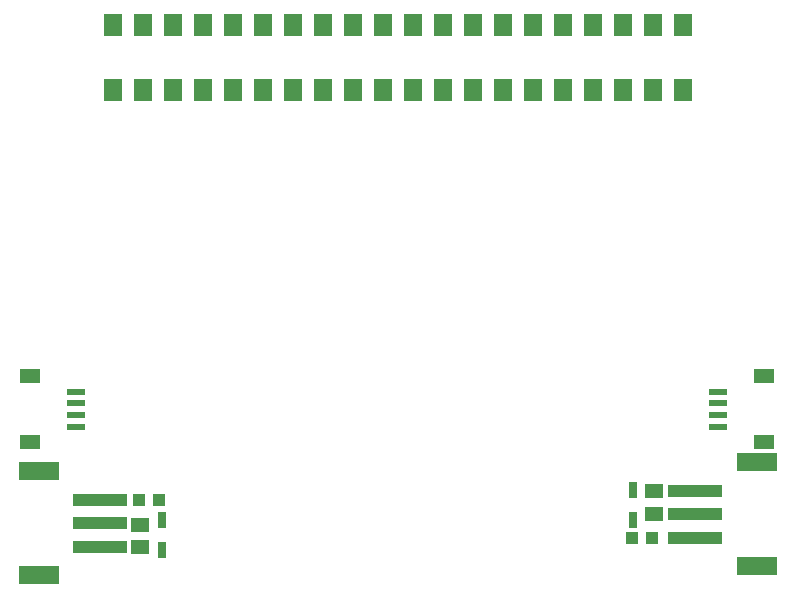
<source format=gbr>
G04 EAGLE Gerber RS-274X export*
G75*
%MOMM*%
%FSLAX34Y34*%
%LPD*%
%INSolderpaste Top*%
%IPPOS*%
%AMOC8*
5,1,8,0,0,1.08239X$1,22.5*%
G01*
%ADD10R,1.500000X1.240000*%
%ADD11R,4.600000X1.000000*%
%ADD12R,3.400000X1.600000*%
%ADD13R,1.075000X1.000000*%
%ADD14R,0.800000X1.350000*%
%ADD15R,1.550000X0.600000*%
%ADD16R,1.800000X1.200000*%
%ADD17R,1.500000X1.900000*%


D10*
X107315Y337795D03*
X107315Y318795D03*
D11*
X577520Y366710D03*
X577520Y346710D03*
D12*
X629520Y390710D03*
X629520Y302710D03*
D11*
X577520Y326710D03*
X73990Y319090D03*
X73990Y339090D03*
D12*
X21990Y295090D03*
X21990Y383090D03*
D11*
X73990Y359090D03*
D13*
X106435Y358775D03*
X123435Y358775D03*
X541265Y326390D03*
X524265Y326390D03*
D14*
X125730Y342265D03*
X125730Y316865D03*
X524510Y341630D03*
X524510Y367030D03*
D15*
X53080Y440610D03*
X53080Y430610D03*
X53080Y450610D03*
X53080Y420610D03*
D16*
X14080Y463610D03*
X14080Y407610D03*
D10*
X542290Y347370D03*
X542290Y366370D03*
D15*
X597160Y430610D03*
X597160Y440610D03*
X597160Y420610D03*
X597160Y450610D03*
D16*
X636160Y407610D03*
X636160Y463610D03*
D17*
X84255Y760790D03*
X109655Y760790D03*
X135055Y760790D03*
X160455Y760790D03*
X185855Y760790D03*
X211255Y760790D03*
X236655Y760790D03*
X262055Y760790D03*
X287455Y760790D03*
X312855Y760790D03*
X338255Y760790D03*
X363655Y760790D03*
X389055Y760790D03*
X414455Y760790D03*
X439855Y760790D03*
X465255Y760790D03*
X490655Y760790D03*
X516055Y760790D03*
X541455Y760790D03*
X566855Y760790D03*
X567055Y706290D03*
X541655Y706290D03*
X516255Y706290D03*
X490855Y706290D03*
X465455Y706290D03*
X440055Y706290D03*
X414655Y706290D03*
X389255Y706290D03*
X363855Y706290D03*
X338455Y706290D03*
X313055Y706290D03*
X287655Y706290D03*
X262255Y706290D03*
X236855Y706290D03*
X211455Y706290D03*
X186055Y706290D03*
X160655Y706290D03*
X135255Y706290D03*
X109855Y706290D03*
X84455Y706290D03*
M02*

</source>
